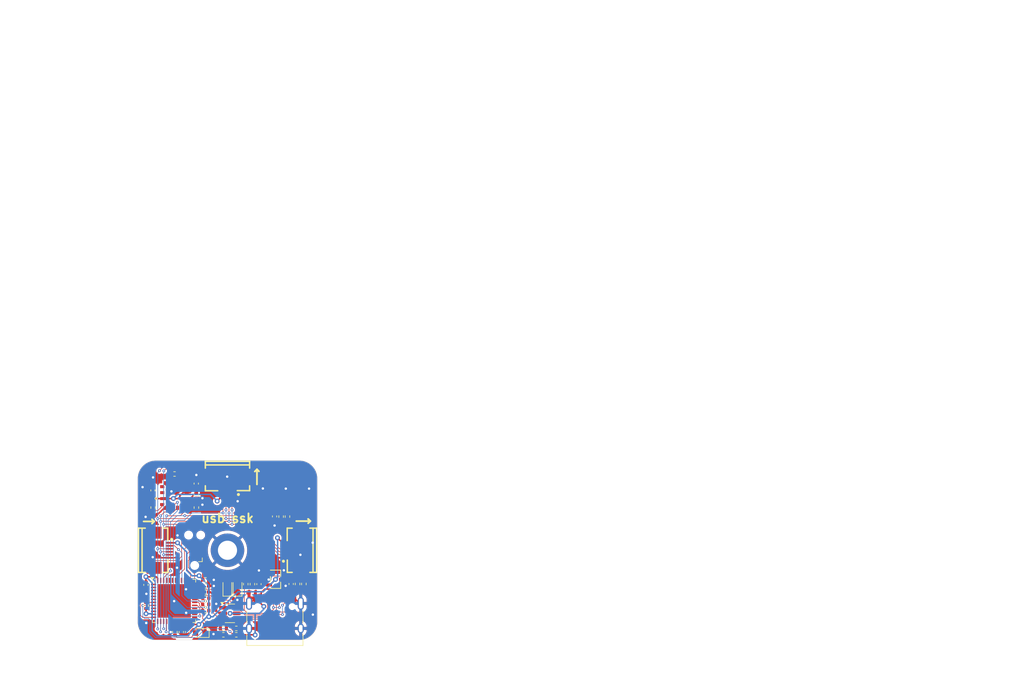
<source format=kicad_pcb>
(kicad_pcb (version 20240108) (generator "pcbnew") (generator_version "8.0")
  (title_block (title "USB SSK") (date "2024-10-30") (rev "1.0") (company "asylum research") (comment 1 "matei jordache"))
  (layers (0 "F.Cu" signal) (1 "In1.Cu" signal) (2 "In2.Cu" signal) (31 "B.Cu" signal) (34 "B.Paste" user) (35 "F.Paste" user) (36 "B.SilkS" user "B.Silkscreen") (37 "F.SilkS" user "F.Silkscreen") (38 "B.Mask" user) (39 "F.Mask" user) (44 "Edge.Cuts" user))
  (net 0 "")
  (net 1 "/mcu/USBD_M")
  (net 2 "GND")
  (net 3 "/mcu/USBD_P")
  (net 4 "Net-(D301-A)")
  (net 5 "/mcu/DFU")
  (net 6 "/mcu/RESET")
  (net 7 "+5V")
  (net 8 "+3V3")
  (net 9 "Net-(D401-A)")
  (net 10 "Net-(D402-A)")
  (net 12 "/mcu/UCPD1_CC2")
  (net 13 "/mcu/UCPD1_CC1")
  (net 15 "Net-(U301-PA0)")
  (net 16 "Net-(U501-SCx)")
  (net 17 "/IIS2ICLX/~{CS}")
  (net 18 "Net-(U501-SDx)")
  (net 19 "/mcu/USER_LED")
  (net 20 "/mcu/SDIO")
  (net 23 "/IIS2ICLX/SCK")
  (net 26 "/mcu/SWCLK")
  (net 28 "/IIS2ICLX/INT1")
  (net 31 "/IIS2ICLX/COPI")
  (net 34 "/mcu/XIN")
  (net 40 "/mcu/~{CS1}")
  (net 41 "/mcu/~{CS2}")
  (net 46 "/mcu/XOUT")
  (net 49 "/IIS2ICLX/CIPO")
  (net 51 "/IIS2ICLX/INT2")
  (net 57 "/mcu/SWO")
  (net 58 "Net-(R307-Pad2)")
  (net 59 "/mcu/~{EXT_INT}")
  (net 60 "Net-(R304-Pad1)")
  (footprint "Capacitor_SMD:C_0402_1005Metric" (layer "F.Cu") (at 140.1572 123.4974 -90)
    (property "Reference" "C301" (hide yes))
    (property "Value" "100n")
  )
  (footprint "Resistor_SMD:R_0402_1005Metric" (layer "F.Cu") (at 134.2644 119.0772 90)
    (property "Reference" "R301" (hide yes))
    (property "Value" "10k")
  )
  (footprint "Diode_SMD:D_0603_1608Metric" (layer "F.Cu") (at 147.861 116.0272 90)
    (property "Reference" "D401" (hide yes))
    (property "Value" "5V")
  )
  (footprint "Resistor_SMD:R_0402_1005Metric" (layer "F.Cu") (at 149.354 123.9774)
    (property "Reference" "R303" (hide yes))
    (property "Value" "10k")
  )
  (footprint "Package_DFN_QFN:QFN-48-1EP_7x7mm_P0.5mm_EP5.6x5.6mm" (layer "F.Cu") (at 138.9522 118.302)
    (property "Reference" "U301" (hide yes))
    (property "Value" "STM32G431")
  )
  (footprint "Resistor_SMD:R_0402_1005Metric" (layer "F.Cu") (at 150.9344 115.4918 -90)
    (property "Reference" "R305" (hide yes))
    (property "Value" "5k1")
  )
  (footprint "Connector_USB:USB_C_Receptacle_HRO_TYPE-C-31-M-12" (layer "F.Cu") (at 155.8056 121.8606)
    (property "Reference" "J201" (hide yes))
    (property "Value" "USB_C_Receptacle_USB2.0")
  )
  (footprint "Connector:Tag-Connect_TC2030-IDC-NL_2x03_P1.27mm_Vertical" (layer "F.Cu") (at 142.3924 109.8296 90)
    (property "Reference" "J301" (hide yes))
    (property "Value" "TAGCONNECT")
  )
  (footprint "easyeda2kicad:FPC-SMD_6P-P0.50_XUNPU_FPC-05F-6PH20" (layer "F.Cu") (at 136.8992 109.8296 -90)
    (property "Reference" "J103" (hide yes))
    (property "Value" "IN")
  )
  (footprint "easyeda2kicad:FPC-SMD_6P-P0.50_XUNPU_FPC-05F-6PH20" (layer "F.Cu") (at 158.8838 109.8296 90)
    (property "Reference" "J102" (hide yes))
    (property "Value" "YZ")
  )
  (footprint "easyeda2kicad:SOT-23-3_L3.0-W1.7-P0.95-LS2.9-BR" (layer "F.Cu") (at 155.9128 114.681 180)
    (property "Reference" "U401" (hide yes))
    (property "Value" "XC6206P182MR_C347373")
  )
  (footprint "Resistor_SMD:R_0402_1005Metric" (layer "F.Cu") (at 139.0263 97.0692 180)
    (property "Reference" "R502" (hide yes))
    (property "Value" "0R")
  )
  (footprint "Capacitor_SMD:C_0402_1005Metric" (layer "F.Cu") (at 135.4206 99.8124 90)
    (property "Reference" "C502" (hide yes))
    (property "Value" "100n")
  )
  (footprint "Resistor_SMD:R_0402_1005Metric" (layer "F.Cu") (at 147.193 123.9774 180)
    (property "Reference" "R304" (hide yes))
    (property "Value" "10k")
  )
  (footprint "Resistor_SMD:R_0402_1005Metric" (layer "F.Cu") (at 147.193 122.9106 180)
    (property "Reference" "R306" (hide yes))
    (property "Value" "10k")
  )
  (footprint "Capacitor_SMD:C_0402_1005Metric" (layer "F.Cu") (at 144.2466 116.8146)
    (property "Reference" "C201" (hide yes))
    (property "Value" "47p")
  )
  (footprint "Resistor_SMD:R_0402_1005Metric" (layer "F.Cu") (at 156.845 104.1928 -90)
    (property "Reference" "R309" (hide yes))
    (property "Value" "10k")
  )
  (footprint "matei:TS-1187A-B-A-B" (layer "F.Cu") (at 157.637 99.4382 90)
    (property "Reference" "SW301" (hide yes))
    (property "Value" "DFU" (hide yes))
  )
  (footprint "Capacitor_SMD:C_0402_1005Metric" (layer "F.Cu") (at 142.6596 98.672 90)
    (property "Reference" "C501" (hide yes))
    (property "Value" "100n")
  )
  (footprint "easyeda2kicad:FPC-SMD_6P-P0.50_XUNPU_FPC-05F-6PH20" (layer "F.Cu") (at 147.8788 98.85 180)
    (property "Reference" "J101" (hide yes))
    (property "Value" "XZ")
  )
  (footprint "Package_TO_SOT_SMD:SOT-23-6" (layer "F.Cu") (at 148.2872 120.3858)
    (property "Reference" "U201" (hide yes))
    (property "Value" "SRV05-4")
  )
  (footprint "Capacitor_SMD:C_0402_1005Metric" (layer "F.Cu") (at 134.2383 115.6208 -90)
    (property "Reference" "C303" (hide yes))
    (property "Value" "100n")
  )
  (footprint "Capacitor_SMD:C_0402_1005Metric" (layer "F.Cu") (at 144.244 115.7986)
    (property "Reference" "C202" (hide yes))
    (property "Value" "47p")
  )
  (footprint "Resistor_SMD:R_0402_1005Metric" (layer "F.Cu") (at 149.354 122.9106 180)
    (property "Reference" "R302" (hide yes))
    (property "Value" "5k1")
  )
  (footprint "Resistor_SMD:R_0402_1005Metric" (layer "F.Cu") (at 152.052 115.4958 90)
    (property "Reference" "R402" (hide yes))
    (property "Value" "3k3")
  )
  (footprint "Resistor_SMD:R_0402_1005Metric" (layer "F.Cu") (at 139.0904 123.5202 -90)
    (property "Reference" "R308" (hide yes))
    (property "Value" "5k1")
  )
  (footprint "Diode_SMD:D_0603_1608Metric" (layer "F.Cu") (at 143.3322 123.6726 180)
    (property "Reference" "D301" (hide yes))
    (property "Value" "USER")
  )
  (footprint "Resistor_SMD:R_0402_1005Metric" (layer "F.Cu") (at 144.2459 117.8306 180)
    (property "Reference" "R103" (hide yes))
    (property "Value" "10k")
  )
  (footprint "Capacitor_SMD:C_0402_1005Metric" (layer "F.Cu") (at 155.7528 104.1654 -90)
    (property "Reference" "C305" (hide yes))
    (property "Value" "100n")
  )
  (footprint "Capacitor_SMD:C_0402_1005Metric" (layer "F.Cu") (at 141.1986 123.4974 -90)
    (property "Reference" "C302" (hide yes))
    (property "Value" "100n")
  )
  (footprint "Capacitor_SMD:C_0402_1005Metric" (layer "F.Cu") (at 142.6596 100.648 -90)
    (property "Reference" "C503" (hide yes))
    (property "Value" "100n")
  )
  (footprint "Capacitor_SMD:C_0402_1005Metric" (layer "F.Cu") (at 144.2466 114.7572)
    (property "Reference" "C304" (hide yes))
    (property "Value" "100n")
  )
  (footprint "Diode_SMD:D_0603_1608Metric" (layer "F.Cu") (at 149.5628 116.0271 90)
    (property "Reference" "D402" (hide yes))
    (property "Value" "1V8")
  )
  (footprint "Resistor_SMD:R_0402_1005Metric" (layer "F.Cu") (at 157.9118 104.1928 90)
    (property "Reference" "R307" (hide yes))
    (property "Value" "1k")
  )
  (footprint "Capacitor_SMD:C_0402_1005Metric" (layer "F.Cu") (at 158.5254 115.4684 90)
    (property "Reference" "C402" (hide yes))
    (property "Value" "1u")
  )
  (footprint "Capacitor_SMD:C_0402_1005Metric" (layer "F.Cu") (at 153.1442 115.4938 90)
    (property "Reference" "C401" (hide yes))
    (property "Value" "1u")
  )
  (footprint "MountingHole:MountingHole_3.2mm_M3_DIN965_Pad" (layer "F.Cu") (at 147.8788 109.8296)
    (property "Reference" "H101" (hide yes))
    (property "Value" "M3")
  )
  (footprint "Resistor_SMD:R_0402_1005Metric" (layer "F.Cu") (at 144.2466 119.9134 180)
    (property "Reference" "R102" (hide yes))
    (property "Value" "10k")
  )
  (footprint "Resistor_SMD:R_0402_1005Metric" (layer "F.Cu") (at 159.5922 115.4684 90)
    (property "Reference" "R403" (hide yes))
    (property "Value" "10k")
  )
  (footprint "Resistor_SMD:R_0402_1005Metric" (layer "F.Cu") (at 144.2439 118.872 180)
    (property "Reference" "R101" (hide yes))
    (property "Value" "10k")
  )
  (footprint "Resistor_SMD:R_0402_1005Metric" (layer "F.Cu") (at 135.446 102.6846 -90)
    (property "Reference" "R501" (hide yes))
    (property "Value" "10k")
  )
  (footprint "matei:LGA16-L" (layer "F.Cu") (at 139.047 100.6842)
    (property "Reference" "U501" (hide yes))
    (property "Value" "IIS2ICLXTR")
  )
  (footprint "Resistor_SMD:R_0402_1005Metric" (layer "F.Cu") (at 160.659 115.4684 90)
    (property "Reference" "R401" (hide yes))
    (property "Value" "5k1")
  )
  (footprint "Resistor_SMD:R_0402_1005Metric" (layer "F.Cu") (at 142.685 102.6846 -90)
    (property "Reference" "R503" (hide yes))
    (property "Value" "0R")
  )
  (gr_line (start 152.8064 96.2914) (end 153.1366 96.6216) (stroke (width 0.3)) (layer "F.SilkS"))
  (gr_line (start 161.7218 104.9528) (end 161.3662 105.3084) (stroke (width 0.3)) (layer "F.SilkS"))
  (gr_line (start 152.8064 96.2914) (end 152.4508 96.647) (stroke (width 0.3)) (layer "F.SilkS"))
  (gr_line (start 161.7218 104.9528) (end 161.3662 104.5972) (stroke (width 0.3)) (layer "F.SilkS"))
  (gr_line (start 161.3662 104.5972) (end 161.7218 104.9528) (stroke (width 0.3)) (layer "F.SilkS"))
  (gr_line (start 133.858 105.0036) (end 135.6106 105.0036) (stroke (width 0.3)) (layer "F.SilkS"))
  (gr_line (start 159.385 104.9528) (end 161.7218 104.9528) (stroke (width 0.3)) (layer "F.SilkS"))
  (gr_line (start 152.8064 98.806) (end 152.8064 96.2914) (stroke (width 0.3)) (layer "F.SilkS"))
  (gr_line (start 135.6106 105.0036) (end 135.255 105.3592) (stroke (width 0.3)) (layer "F.SilkS"))
  (gr_line (start 135.6106 105.0036) (end 135.255 104.648) (stroke (width 0.3)) (layer "F.SilkS"))
  (gr_line (start 162.885598 121.8296) (end 162.885598 97.8296) (stroke (width 0.05)) (layer "Edge.Cuts"))
  (gr_arc (start 135.885598 124.8296) (mid 133.764278 123.95092) (end 132.885598 121.8296) (stroke (width 0.05)) (layer "Edge.Cuts"))
  (gr_line (start 135.885598 124.8296) (end 159.885598 124.8296) (stroke (width 0.05)) (layer "Edge.Cuts"))
  (gr_arc (start 132.885598 97.8296) (mid 133.764278 95.70828) (end 135.885598 94.8296) (stroke (width 0.05)) (layer "Edge.Cuts"))
  (gr_arc (start 159.885598 94.8296) (mid 162.006918 95.70828) (end 162.885598 97.8296) (stroke (width 0.05)) (layer "Edge.Cuts"))
  (gr_arc (start 162.885598 121.8296) (mid 162.006918 123.95092) (end 159.885598 124.8296) (stroke (width 0.05)) (layer "Edge.Cuts"))
  (gr_line (start 159.885598 94.8296) (end 135.885598 94.8296) (stroke (width 0.05)) (layer "Edge.Cuts"))
  (gr_line (start 132.885598 97.8296) (end 132.885598 121.8296) (stroke (width 0.05)) (layer "Edge.Cuts"))
  (gr_text "usb ssk" (at 143.3322 105.3592 0) (layer "F.SilkS") (effects (font (size 1.5 1.5) (thickness 0.3) (bold yes)) (justify left bottom)))
  (segment (start 156.0556 116.8635) (end 156.0556 117.8156) (width 0.1) (layer "F.Cu") (net 1))
  (segment (start 149.4247 121.3358) (end 148.29062 121.3358) (width 0.1) (layer "F.Cu") (net 1))
  (segment (start 147.79062 120.8358) (end 146.0326 120.8358) (width 0.1) (layer "F.Cu") (net 1))
  (segment (start 143.7666 116.8146) (end 143.5292 117.052) (width 0.1) (layer "F.Cu") (net 1))
  (segment (start 155.8797 116.6876) (end 156.0556 116.8635) (width 0.1) (layer "F.Cu") (net 1))
  (segment (start 156.0556 117.8156) (end 156.0556 119.7884) (width 0.1) (layer "F.Cu") (net 1))
  (segment (start 155.0556 116.9276) (end 155.2956 116.6876) (width 0.1) (layer "F.Cu") (net 1))
  (segment (start 146.0326 120.8358) (end 145.3388 120.142) (width 0.1) (layer "F.Cu") (net 1))
  (segment (start 144.3126 117.3606) (end 143.7666 116.8146) (width 0.1) (layer "F.Cu") (net 1))
  (segment (start 148.29062 121.3358) (end 147.79062 120.8358) (width 0.1) (layer "F.Cu") (net 1))
  (segment (start 155.0556 117.8156) (end 155.0556 116.9276) (width 0.1) (layer "F.Cu") (net 1))
  (segment (start 156.0556 119.7884) (end 155.0162 120.8278) (width 0.1) (layer "F.Cu") (net 1))
  (segment (start 145.3388 117.686708) (end 145.012692 117.3606) (width 0.1) (layer "F.Cu") (net 1))
  (segment (start 155.2956 116.6876) (end 155.8797 116.6876) (width 0.1) (layer "F.Cu") (net 1))
  (segment (start 150.7998 120.8278) (end 150.2918 121.3358) (width 0.1) (layer "F.Cu") (net 1))
  (segment (start 150.2918 121.3358) (end 149.4247 121.3358) (width 0.1) (layer "F.Cu") (net 1))
  (segment (start 145.012692 117.3606) (end 144.3126 117.3606) (width 0.1) (layer "F.Cu") (net 1))
  (segment (start 143.5292 117.052) (end 142.3897 117.052) (width 0.1) (layer "F.Cu") (net 1))
  (segment (start 145.3388 120.142) (end 145.3388 117.686708) (width 0.1) (layer "F.Cu") (net 1))
  (segment (start 155.0162 120.8278) (end 150.7998 120.8278) (width 0.1) (layer "F.Cu") (net 1))
  (segment (start 141.1986 123.9774) (end 140.1572 123.9774) (width 0.25) (layer "F.Cu") (net 2))
  (segment (start 135.382 110.9814) (end 135.4802 111.0796) (width 0.25) (layer "F.Cu") (net 2))
  (segment (start 154.4802 115.0138) (end 154.7622 114.7318) (width 0.25) (layer "F.Cu") (net 2))
  (segment (start 141.1986 123.9774) (end 141.1986 123.910082) (width 0.25) (layer "F.Cu") (net 2))
  (segment (start 137.2648 102.7842) (end 135.8074 104.2416) (width 0.25) (layer "F.Cu") (net 2))
  (segment (start 142.6596 97.2434) (end 142.6718 97.2312) (width 0.25) (layer "F.Cu") (net 2))
  (segment (start 142.6596 98.192) (end 142.6596 97.2434) (width 0.25) (layer "F.Cu") (net 2))
  (segment (start 148.844 122.9106) (end 148.299 122.3656) (width 0.25) (layer "F.Cu") (net 2))
  (segment (start 142.136082 122.9726) (end 143.4197 122.9726) (width 0.25) (layer "F.Cu") (net 2))
  (segment (start 145.5674 114.7572) (end 145.5928 114.7826) (width 0.25) (layer "F.Cu") (net 2))
  (segment (start 153.6598 113.731) (end 154.8128 113.731) (width 0.25) (layer "F.Cu") (net 2))
  (segment (start 149.1288 100.14) (end 149.1288 101.1736) (width 0.25) (layer "F.Cu") (net 2))
  (segment (start 155.8102 104.7028) (end 155.7528 104.6454) (width 0.25) (layer "F.Cu") (net 2))
  (segment (start 138.408768 123.5352) (end 139.715 123.5352) (width 0.25) (layer "F.Cu") (net 2))
  (segment (start 144.1197 123.6726) (end 145.3642 123.6726) (width 0.25) (layer "F.Cu") (net 2))
  (segment (start 155.8316 104.666) (end 155.8616 104.696) (width 0.1) (layer "F.Cu") (net 2))
  (segment (start 159.9706 118.7306) (end 159.0556 117.8156) (width 0.25) (layer "F.Cu") (net 2))
  (segment (start 141.1986 123.910082) (end 142.136082 122.9726) (width 0.25) (layer "F.Cu") (net 2))
  (segment (start 149.5628 116.3534) (end 149.5628 116.8146) (width 0.25) (layer "F.Cu") (net 2))
  (segment (start 145.542 123.2154) (end 145.542 123.8504) (width 0.25) (layer "F.Cu") (net 2))
  (segment (start 148.299 122.3656) (end 146.3918 122.3656) (width 0.25) (layer "F.Cu") (net 2))
  (segment (start 160.1256 118.7306) (end 159.9706 118.7306) (width 0.25) (layer "F.Cu") (net 2))
  (segment (start 147.1497 120.3858) (end 146.487201 120.3858) (width 0.25) (layer "F.Cu") (net 2))
  (segment (start 152.6772 115.4808) (end 153.1442 115.0138) (width 0.25) (layer "F.Cu") (net 2))
  (segment (start 153.1442 115.0138) (end 154.4802 115.0138) (width 0.25) (layer "F.Cu") (net 2))
  (segment (start 151.4334 115.4808) (end 152.6772 115.4808) (width 0.25) (layer "F.Cu") (net 2))
  (segment (start 144.7266 114.7572) (end 145.5674 114.7572) (width 0.25) (layer "F.Cu") (net 2))
  (segment (start 135.8074 104.2416) (end 134.1882 104.2416) (width 0.25) (layer "F.Cu") (net 2))
  (segment (start 158.397205 114.9884) (end 157.604595 115.78101) (width 0.25) (layer "F.Cu") (net 2))
  (segment (start 145.9992 119.897799) (end 145.9992 118.7958) (width 0.25) (layer "F.Cu") (net 2))
  (segment (start 150.9344 114.9818) (end 151.4334 115.4808) (width 0.25) (layer "F.Cu") (net 2))
  (segment (start 146.3918 122.3656) (end 145.542 123.2154) (width 0.25) (layer "F.Cu") (net 2))
  (segment (start 158.5254 114.9884) (end 158.397205 114.9884) (width 0.25) (layer "F.Cu") (net 2))
  (segment (start 155.7528 104.6721) (end 155.7528 105.6907) (width 0.25) (layer "F.Cu") (net 2))
  (segment (start 145.9992 117.807201) (end 145.9992 118.7958) (width 0.25) (layer "F.Cu") (net 2))
  (segment (start 144.724 115.7986) (end 145.5928 115.7986) (width 0.25) (layer "F.Cu") (net 2))
  (segment (start 149.1288 101.1736) (end 149.5806 101.6254) (width 0.25) (layer "F.Cu") (net 2))
  (segment (start 143.6772 101.128) (end 142.6596 101.128) (width 0.25) (layer "F.Cu") (net 2))
  (segment (start 143.4197 122.9726) (end 144.1197 123.6726) (width 0.25) (layer "F.Cu") (net 2))
  (segment (start 145.669 123.9774) (end 146.683 123.9774) (width 0.25) (layer "F.Cu") (net 2))
  (segment (start 153.1366 113.2078) (end 153.6598 113.731) (width 0.25) (layer "F.Cu") (net 2))
  (segment (start 145.542 123.8504) (end 145.669 123.9774) (width 0.25) (layer "F.Cu") (net 2))
  (segment (start 151.6406 118.7306) (end 152.5556 117.8156) (width 0.25) (layer "F.Cu") (net 2))
  (segment (start 135.4802 111.0796) (end 138.1892 111.0796) (width 0.25) (layer "F.Cu") (net 2))
  (segment (start 142.7028 103.1946) (end 142.685 103.1946) (width 0.25) (layer "F.Cu") (net 2))
  (segment (start 145.3642 123.6726) (end 145.542 123.8504) (width 0.25) (layer "F.Cu") (net 2))
  (segment (start 143.6878 101.1174) (end 143.6772 101.128) (width 0.25) (layer "F.Cu") (net 2))
  (segment (start 137.522 102.7842) (end 137.2648 102.7842) (width 0.25) (layer "F.Cu") (net 2))
  (segment (start 156.845 104.7028) (end 155.8102 104.7028) (width 0.25) (layer "F.Cu") (net 2))
  (segment (start 144.7266 116.8146) (end 145.006599 116.8146) (width 0.25) (layer "F.Cu") (net 2))
  (segment (start 143.6878 102.2096) (end 142.7028 103.1946) (width 0.25) (layer "F.Cu") (net 2))
  (segment (start 138.389213 123.515645) (end 138.408768 123.5352) (width 0.25) (layer "F.Cu") (net 2))
  (segment (start 151.4856 118.7306) (end 151.6406 118.7306) (width 0.25) (layer "F.Cu") (net 2))
  (segment (start 146.487201 120.3858) (end 145.9992 119.897799) (width 0.25) (layer "F.Cu") (net 2))
  (segment (start 145.006599 116.8146) (end 145.9992 117.807201) (width 0.25) (layer "F.Cu") (net 2))
  (segment (start 150.9344 114.9818) (end 149.5628 116.3534) (width 0.25) (layer "F.Cu") (net 2))
  (segment (start 139.715 123.5352) (end 140.1572 123.9774) (width 0.25) (layer "F.Cu") (net 2))
  (via (at 134.1882 104.2416) (size 0.8) (drill 0.4) (layers "F.Cu" "B.Cu") (net 2))
  (via (at 157.3022 113.1824) (size 0.8) (drill 0.4) (layers "F.Cu" "B.Cu") (net 2))
  (via (at 143.6878 101.1174) (size 0.8) (drill 0.4) (layers "F.Cu" "B.Cu") (net 2))
  (via (at 147.828 97.5106) (size 0.8) (drill 0.4) (layers "F.Cu" "B.Cu") (net 2))
  (via (at 162.1536 120.5992) (size 0.8) (drill 0.4) (layers "F.Cu" "B.Cu") (net 2))
  (via (at 135.4328 97.6376) (size 0.8) (drill 0.4) (layers "F.Cu" "B.Cu") (net 2))
  (via (at 161.5186 99.5172) (size 0.8) (drill 0.4) (layers "F.Cu" "B.Cu") (net 2))
  (via (at 138.389213 123.515645) (size 0.8) (drill 0.4) (layers "F.Cu" "B.Cu") (net 2))
  (via (at 145.542 123.8504) (size 0.8) (drill 0.4) (layers "F.Cu" "B.Cu") (net 2))
  (via (at 140.97 120.2944) (size 0.8) (drill 0.4) (layers "F.Cu" "B.Cu") (net 2))
  (via (at 160.0708 110.5916) (size 0.8) (drill 0.4) (layers "F.Cu" "B.Cu") (net 2))
  (via (at 149.5298 118.1354) (size 0.8) (drill 0.4) (layers "F.Cu" "B.Cu") (net 2))
  (via (at 134.3152 117.1194) (size 0.8) (drill 0.4) (layers "F.Cu" "B.Cu") (net 2))
  (via (at 140.9446 116.3574) (size 0.8) (drill 0.4) (layers "F.Cu" "B.Cu") (net 2))
  (via (at 162.1282 108.5596) (size 0.8) (drill 0.4) (layers "F.Cu" "B.Cu") (net 2))
  (via (at 139.5222 107.3404) (size 0.8) (drill 0.4) (layers "F.Cu" "B.Cu") (net 2))
  (via (at 145.5928 114.7826) (size 0.8) (drill 0.4) (layers "F.Cu" "B.Cu") (net 2))
  (via (at 145.5928 115.7986) (size 0.8) (drill 0.4) (layers "F.Cu" "B.Cu") (net 2))
  (via (at 153.797 99.4918) (size 0.8) (drill 0.4) (layers "F.Cu" "B.Cu") (net 2))
  (via (at 133.6802 99.2632) (size 0.8) (drill 0.4) (layers "F.Cu" "B.Cu") (net 2))
  (via (at 138.9634 118.3386) (size 0.8) (drill 0.4) (layers "F.Cu" "B.Cu") (net 2))
  (via (at 143.6878 102.2096) (size 0.8) (drill 0.4) (layers "F.Cu" "B.Cu") (net 2))
  (via (at 139.446 112.7506) (size 0.8) (drill 0.4) (layers "F.Cu" "B.Cu") (net 2))
  (via (at 142.6718 97.2312) (size 0.8) (drill 0.4) (layers "F.Cu" "B.Cu") (net 2))
  (via (at 154.7622 114.7318) (size 0.8) (drill 0.4) (layers "F.Cu" "B.Cu") (net 2))
  (via (at 138.5062 99.9744) (size 0.8) (drill 0.4) (layers "F.Cu" "B.Cu") (net 2))
  (via (at 149.5806 101.6254) (size 0.8) (drill 0.4) (layers "F.Cu" "B.Cu") (net 2))
  (via (at 134.2898 121.9962) (size 0.8) (drill 0.4) (layers "F.Cu" "B.Cu") (net 2))
  (via (at 157.604595 115.78101) (size 0.8) (drill 0.4) (layers "F.Cu" "B.Cu") (net 2))
  (via (at 135.382 110.9814) (size 0.8) (drill 0.4) (layers "F.Cu" "B.Cu") (net 2))
  (via (at 145.9992 118.7958) (size 0.8) (drill 0.4) (layers "F.Cu" "B.Cu") (net 2))
  (via (at 157.6324 99.5172) (size 0.8) (drill 0.4) (layers "F.Cu" "B.Cu") (net 2))
  (via (at 153.1366 113.2078) (size 0.8) (drill 0.4) (layers "F.Cu" "B.Cu") (net 2))
  (via (at 155.7528 105.6907) (size 0.8) (drill 0.4) (layers "F.Cu" "B.Cu") (net 2))
  (segment (start 145.1328 116.3546) (end 144.32 116.3546) (width 0.1) (layer "F.Cu") (net 3))
  (segment (start 150.72902 120.5992) (end 149.56562 119.4358) (width 0.1) (layer "F.Cu") (net 3))
  (segment (start 155.5556 117.8156) (end 155.5556 119.4054) (width 0.1) (layer "F.Cu") (net 3))
  (segment (start 149.4247 119.4358) (end 148.1751 118.1862) (width 0.1) (layer "F.Cu") (net 3))
  (segment (start 156.5556 119.3954) (end 156.5656 119.4054) (width 0.1) (layer "F.Cu") (net 3))
  (segment (start 154.686 120.5992) (end 150.72902 120.5992) (width 0.1) (layer "F.Cu") (net 3))
  (segment (start 149.56562 119.4358) (end 149.4247 119.4358) (width 0.1) (layer "F.Cu") (net 3))
  (segment (start 155.5556 119.4054) (end 155.5556 119.7296) (width 0.1) (layer "F.Cu") (net 3))
  (segment (start 156.5556 117.8156) (end 156.5556 119.3954) (width 0.1) (layer "F.Cu") (net 3))
  (segment (start 143.764 115.7986) (end 143.0106 116.552) (width 0.1) (layer "F.Cu") (net 3))
  (segment (start 146.9644 118.1862) (end 145.1328 116.3546) (width 0.1) (layer "F.Cu") (net 3))
  (segment (start 155.5556 119.7296) (end 154.686 120.5992) (width 0.1) (layer "F.Cu") (net 3))
  (segment (start 144.32 116.3546) (end 143.764 115.7986) (width 0.1) (layer "F.Cu") (net 3))
  (segment (start 143.0106 116.552) (end 142.3897 116.552) (width 0.1) (layer "F.Cu") (net 3))
  (segment (start 148.1751 118.1862) (end 146.9644 118.1862) (width 0.1) (layer "F.Cu") (net 3))
  (via (at 155.5556 119.4054) (size 0.45) (drill 0.2) (layers "F.Cu" "B.Cu") (net 3))
  (via (at 156.5656 119.4054) (size 0.45) (drill 0.2) (layers "F.Cu" "B.Cu") (net 3))
  (segment (start 156.5656 119.4054) (end 155.5556 119.4054) (width 0.1) (layer "B.Cu") (net 3))
  (segment (start 139.4676 124.4074) (end 141.8099 124.4074) (width 0.1) (layer "F.Cu") (net 4))
  (segment (start 141.8099 124.4074) (end 142.5447 123.6726) (width 0.1) (layer "F.Cu") (net 4))
  (segment (start 139.0904 124.0302) (end 139.4676 124.4074) (width 0.1) (layer "F.Cu") (net 4))
  (segment (start 137.2022 114.427001) (end 137.2022 114.8645) (width 0.1) (layer "F.Cu") (net 5))
  (segment (start 155.7528 103.6854) (end 156.8424 103.6854) (width 0.1) (layer "F.Cu") (net 5))
  (segment (start 138.3538 113.284) (end 137.795 113.8428) (width 0.1) (layer "F.Cu") (net 5))
  (segment (start 155.7528 102.4474) (end 155.762 102.4382) (width 0.1) (layer "F.Cu") (net 5))
  (segment (start 155.7528 103.6854) (end 155.7528 102.4474) (width 0.1) (layer "F.Cu") (net 5))
  (segment (start 137.786401 113.8428) (end 137.2022 114.427001) (width 0.1) (layer "F.Cu") (net 5))
  (segment (start 137.795 113.8428) (end 137.786401 113.8428) (width 0.1) (layer "F.Cu") (net 5))
  (segment (start 155.762 102.4382) (end 155.762 96.4382) (width 0.1) (layer "F.Cu") (net 5))
  (segment (start 155.4292 96.471) (end 155.4018 96.4436) (width 0.1) (layer "F.Cu") (net 5))
  (segment (start 156.8424 103.6854) (end 156.845 103.6828) (width 0.1) (layer "F.Cu") (net 5))
  (segment (start 140.7414 104.0384) (end 150.7998 104.0384) (width 0.1) (layer "F.Cu") (net 5))
  (segment (start 150.7998 104.0384) (end 151.1528 103.6854) (width 0.1) (layer "F.Cu") (net 5))
  (segment (start 151.1528 103.6854) (end 156.3624 103.6854) (width 0.1) (layer "F.Cu") (net 5))
  (via (at 140.7414 104.0384) (size 0.45) (drill 0.2) (layers "F.Cu" "B.Cu") (net 5))
  (via (at 138.3538 113.284) (size 0.45) (drill 0.2) (layers "F.Cu" "B.Cu") (net 5))
  (segment (start 138.3538 113.284) (end 138.3538 105.1306) (width 0.1) (layer "B.Cu") (net 5))
  (segment (start 139.446 104.0384) (end 140.7414 104.0384) (width 0.1) (layer "B.Cu") (net 5))
  (segment (start 138.3538 105.1306) (end 139.446 104.0384) (width 0.1) (layer "B.Cu") (net 5))
  (segment (start 140.208 106.7816) (end 140.208 110.871) (width 0.1) (layer "F.Cu") (net 6))
  (segment (start 140.208 110.871) (end 139.5476 111.5314) (width 0.1) (layer "F.Cu") (net 6))
  (segment (start 140.7668 106.2228) (end 140.208 106.7816) (width 0.1) (layer "F.Cu") (net 6))
  (segment (start 139.5476 111.5314) (end 134.2974 111.5314) (width 0.1) (layer "F.Cu") (net 6))
  (segment (start 133.5278 112.301) (end 133.5278 117.8306) (width 0.1) (layer "F.Cu") (net 6))
  (segment (start 141.859 106.2228) (end 140.7668 106.2228) (width 0.1) (layer "F.Cu") (net 6))
  (segment (start 135.5147 118.552) (end 134.2796 118.552) (width 0.1) (layer "F.Cu") (net 6))
  (segment (start 142.3924 109.1946) (end 142.3924 106.7562) (width 0.1) (layer "F.Cu") (net 6))
  (segment (start 143.0274 109.8296) (end 142.3924 109.1946) (width 0.1) (layer "F.Cu") (net 6))
  (segment (start 133.5278 117.8306) (end 134.2644 118.5672) (width 0.1) (layer "F.Cu") (net 6))
  (segment (start 134.2796 118.552) (end 134.2644 118.5672) (width 0.1) (layer "F.Cu") (net 6))
  (segment (start 142.3924 106.7562) (end 141.859 106.2228) (width 0.1) (layer "F.Cu") (net 6))
  (segment (start 134.2974 111.5314) (end 133.5278 112.301) (width 0.1) (layer "F.Cu") (net 6))
  (segment (start 156.6444 115.9484) (end 156.2608 116.332) (width 0.25) (layer "F.Cu") (net 7))
  (segment (start 158.2556 116.7638) (end 157.4598 116.7638) (width 0.25) (layer "F.Cu") (net 7))
  (segment (start 149.4247 120.3858) (end 148.316621 120.3858) (width 0.25) (layer "F.Cu") (net 7))
  (segment (start 158.5254 115.9484) (end 159.5622 115.9484) (width 0.25) (layer "F.Cu") (net 7))
  (segment (start 152.4762 123.9774) (end 152.5016 124.0028) (width 0.25) (layer "F.Cu") (net 7))
  (segment (start 159.5622 115.9484) (end 159.5922 115.9784) (width 0.25) (layer "F.Cu") (net 7))
  (segment (start 153.3556 118.6338) (end 153.9494 119.2276) (width 0.25) (layer "F.Cu") (net 7))
  (segment (start 153.3556 117.8156) (end 153.5176 117.6536) (width 0.25) (layer "F.Cu") (net 7))
  (segment (start 159.5922 115.9784) (end 160.659 115.9784) (width 0.25) (layer "F.Cu") (net 7))
  (segment (start 158.2556 116.2182) (end 158.5254 115.9484) (width 0.25) (layer "F.Cu") (net 7))
  (segment (start 153.5176 117.6536) (end 153.5176 116.9162) (width 0.25) (layer "F.Cu") (net 7))
  (segment (start 157.0128 115.5092) (end 157.0128 114.681) (width 0.25) (layer "F.Cu") (net 7))
  (segment (start 158.2556 117.8156) (end 158.2556 116.7638) (width 0.25) (layer "F.Cu") (net 7))
  (segment (start 156.2608 116.332) (end 157.0128 115.58) (width 0.25) (layer "F.Cu") (net 7))
  (segment (start 158.2556 116.7638) (end 158.2556 116.2182) (width 0.25) (layer "F.Cu") (net 7))
  (segment (start 149.864 123.9774) (end 152.4762 123.9774) (width 0.25) (layer "F.Cu") (net 7))
  (segment (start 148.316621 120.3858) (end 148.3122 120.390221) (width 0.25) (layer "F.Cu") (net 7))
  (segment (start 157.0128 115.58) (end 157.0128 114.681) (width 0.25) (layer "F.Cu") (net 7))
  (segment (start 153.5176 116.9162) (end 154.1018 116.332) (width 0.25) (layer "F.Cu") (net 7))
  (segment (start 154.1018 116.332) (end 156.2608 116.332) (width 0.25) (layer "F.Cu") (net 7))
  (segment (start 153.3556 117.8156) (end 153.3556 118.6338) (width 0.25) (layer "F.Cu") (net 7))
  (segment (start 157.4598 116.7638) (end 156.6444 115.9484) (width 0.25) (layer "F.Cu") (net 7))
  (via (at 148.3122 120.390221) (size 0.8) (drill 0.4) (layers "F.Cu" "B.Cu") (net 7))
  (via (at 153.9494 119.2276) (size 0.8) (drill 0.4) (layers "F.Cu" "B.Cu") (net 7))
  (via (at 152.5016 124.0028) (size 0.8) (drill 0.4) (layers "F.Cu" "B.Cu") (net 7))
  (segment (start 153.9494 119.2276) (end 153.9494 119.6848) (width 0.25) (layer "B.Cu") (net 7))
  (segment (start 152.5524 120.390221) (end 148.3122 120.390221) (width 0.25) (layer "B.Cu") (net 7))
  (segment (start 153.243979 120.390221) (end 152.5524 120.390221) (width 0.25) (layer "B.Cu") (net 7))
  (segment (start 153.9494 119.6848) (end 153.243979 120.390221) (width 0.25) (layer "B.Cu") (net 7))
  (segment (start 152.5016 124.0028) (end 152.5016 120.441021) (width 0.25) (layer "B.Cu") (net 7))
  (segment (start 152.5016 120.441021) (end 152.5524 120.390221) (width 0.25) (layer "B.Cu") (net 7))
  (segment (start 142.901 116.052) (end 143.259 115.694) (width 0.25) (layer "F.Cu") (net 8))
  (segment (start 143.259 115.2648) (end 143.7666 114.7572) (width 0.25) (layer "F.Cu") (net 8))
  (segment (start 138.1892 108.5796) (end 139.5168 108.5796) (width 0.25) (layer "F.Cu") (net 8))
  (segment (start 140.4554 100.1842) (end 139.9032 100.7364) (width 0.25) (layer "F.Cu") (net 8))
  (segment (start 157.9118 104.7028) (end 158.5214 105.3124) (width 0.25) (layer "F.Cu") (net 8))
  (segment (start 144.7559 117.8306) (end 144.7559 118.87) (width 0.25) (layer "F.Cu") (net 8))
  (segment (start 139.8778 100.9142) (end 139.8778 101.1842) (width 0.25) (layer "F.Cu") (net 8))
  (segment (start 157.5938 108.5796) (end 157.0682 108.5796) (width 0.25) (layer "F.Cu") (net 8))
  (segment (start 154.8128 115.631) (end 154.9806 115.631) (width 0.25) (layer "F.Cu") (net 8))
  (segment (start 134.257645 114.2746) (end 134.237646 114.254601) (width 0.25) (layer "F.Cu") (net 8))
  (segment (start 142.3897 116.052) (end 142.901 116.052) (width 0.25) (layer "F.Cu") (net 8))
  (segment (start 139.9032 100.7364) (end 139.9032 100.8888) (width 0.25) (layer "F.Cu") (net 8))
  (segment (start 144.7539 118.872) (end 144.7539 119.9134) (width 0.25) (layer "F.Cu") (net 8))
  (segment (start 139.9032 100.8888) (end 139.8778 100.9142) (width 0.25) (layer "F.Cu") (net 8))
  (segment (start 135.906 101.1842) (end 137.322 101.1842) (width 0.25) (layer "F.Cu") (net 8))
  (segment (start 135.446 101.6442) (end 135.906 101.1842) (width 0.25) (layer "F.Cu") (net 8))
  (segment (start 154.8128 115.631) (end 154.7976 115.6462) (width 0.25) (layer "F.Cu") (net 8))
  (segment (start 134.2383 115.1408) (end 134.2383 114.255255) (width 0.25) (layer "F.Cu") (net 8))
  (segment (start 141.6434 101.1842) (end 142.6596 100.168) (width 0.25) (layer "F.Cu") (net 8))
  (segment (start 154.7976 115.6462) (end 153.4718 115.6462) (width 0.25) (layer "F.Cu") (net 8))
  (segment (start 141.072 100.1842) (end 140.4554 100.1842) (width 0.25) (layer "F.Cu") (net 8))
  (segment (start 143.0274 111.0996) (end 143.7666 111.8388) (width 0.25) (layer "F.Cu") (net 8))
  (segment (start 140.2022 122.9724) (end 140.1572 123.0174) (width 0.25) (layer "F.Cu") (net 8))
  (segment (start 154.9806 115.631) (end 155.9052 114.7064) (width 0.25) (layer "F.Cu") (net 8))
  (segment (start 141.2022 123.0138) (end 141.1986 123.0174) (width 0.25) (layer "F.Cu") (net 8))
  (segment (start 141.6274 100.1842) (end 142.6596 99.152) (width 0.25) (layer "F.Cu") (net 8))
  (segment (start 146.6288 101.1228) (end 146.1516 101.6) (width 0.25) (layer "F.Cu") (net 8))
  (segment (start 136.2022 114.5106) (end 135.9662 114.2746) (width 0.25) (layer "F.Cu") (net 8))
  (segment (start 142.275799 122.2502) (end 143.0782 122.2502) (width 0.25) (layer "F.Cu") (net 8))
  (segment (start 143.259 115.694) (end 143.259 115.2648) (width 0.25) (layer "F.Cu") (net 8))
  (segment (start 153.1442 115.9738) (end 152.084 115.9738) (width 0.25) (layer "F.Cu") (net 8))
  (segment (start 141.072 101.1842) (end 139.8778 101.1842) (width 0.25) (layer "F.Cu") (net 8))
  (segment (start 139.7022 122.5624) (end 140.1572 123.0174) (width 0.25) (layer "F.Cu") (net 8))
  (segment (start 143.7666 114.7572) (end 143.7666 114.7344) (width 0.25) (layer "F.Cu") (net 8))
  (segment (start 146.6288 100.14) (end 146.6288 101.1228) (width 0.25) (layer "F.Cu") (net 8))
  (segment (start 135.4206 100.6988) (end 135.906 101.1842) (width 0.25) (layer "F.Cu") (net 8))
  (segment (start 139.5168 108.5796) (end 139.5222 108.585) (width 0.25) (layer "F.Cu") (net 8))
  (segment (start 152.084 115.9738) (end 152.052 116.0058) (width 0.25) (layer "F.Cu") (net 8))
  (segment (start 139.7022 121.7395) (end 139.7022 122.5624) (width 0.25) (layer "F.Cu") (net 8))
  (segment (start 135.4206 100.2924) (end 135.4206 100.6988) (width 0.25) (layer "F.Cu") (net 8))
  (segment (start 143.7666 114.7344) (end 143.129 114.0968) (width 0.25) (layer "F.Cu") (net 8))
  (segment (start 141.072 101.1842) (end 141.6434 101.1842) (width 0.25) (layer "F.Cu") (net 8))
  (segment (start 141.508599 123.0174) (end 142.275799 122.2502) (width 0.25) (layer "F.Cu") (net 8))
  (segment (start 144.7559 118.87) (end 144.7539 118.872) (width 0.25) (layer "F.Cu") (net 8))
  (segment (start 144.7566 120.9528) (end 144.7546 120.9548) (width 0.25) (layer "F.Cu") (net 8))
  (segment (start 141.1986 123.0174) (end 141.508599 123.0174) (width 0.25) (layer "F.Cu") (net 8))
  (segment (start 144.7566 119.9134) (end 144.7566 120.9528) (width 0.25) (layer "F.Cu") (net 8))
  (segment (start 138.8524 101.1842) (end 138.8364 101.1682) (width 0.25) (layer "F.Cu") (net 8))
  (segment (start 139.8778 101.1842) (end 138.8524 101.1842) (width 0.25) (layer "F.Cu") (net 8))
  (segment (start 135.446 102.1746) (end 135.446 101.6442) (width 0.25) (layer "F.Cu") (net 8))
  (segment (start 158.2474 108.5796) (end 157.5938 108.5796) (width 0.25) (layer "F.Cu") (net 8))
  (segment (start 134.2644 119.5872) (end 134.2644 120.4468) (width 0.25) (layer "F.Cu") (net 8))
  (segment (start 141.072 100.1842) (end 141.6274 100.1842) (width 0.25) (layer "F.Cu") (net 8))
  (segment (start 143.7666 111.8388) (end 143.7666 114.7572) (width 0.25) (layer "F.Cu") (net 8))
  (segment (start 140.2022 121.7395) (end 140.2022 122.9724) (width 0.25) (layer "F.Cu") (net 8))
  (segment (start 157.0682 108.5796) (end 156.2354 107.7468) (width 0.25) (layer "F.Cu") (net 8))
  (segment (start 135.9662 114.2746) (end 134.257645 114.2746) (width 0.25) (layer "F.Cu") (net 8))
  (segment (start 140.1572 123.0174) (end 141.1986 123.0174) (width 0.25) (layer "F.Cu") (net 8))
  (segment (start 141.2022 121.7395) (end 141.2022 123.0138) (width 0.25) (layer "F.Cu") (net 8))
  (segment (start 158.5214 108.3056) (end 158.2474 108.5796) (width 0.25) (layer "F.Cu") (net 8))
  (segment (start 136.2022 114.8645) (end 136.2022 114.5106) (width 0.25) (layer "F.Cu") (net 8))
  (segment (start 137.322 101.1842) (end 138.8204 101.1842) (width 0.25) (layer "F.Cu") (net 8))
  (segment (start 138.8204 101.1842) (end 138.8364 101.1682) (width 0.25) (layer "F.Cu") (net 8))
  (segment (start 134.2383 114.255255) (end 134.237646 114.254601) (width 0.25) (layer "F.Cu") (net 8))
  (segment (start 153.4718 115.6462) (end 153.1442 115.9738) (width 0.25) (layer "F.Cu") (net 8))
  (segment (start 158.5214 105.3124) (end 158.5214 108.3056) (width 0.25) (layer "F.Cu") (net 8))
  (via (at 134.2644 120.4468) (size 0.8) (drill 0.4) (layers "F.Cu" "B.Cu") (net 8))
  (via (at 139.5222 108.585) (size 0.8) (drill 0.4) (layers "F.Cu" "B.Cu") (net 8))
  (via (at 143.0782 122.2502) (size 0.8) (drill 0.4) (layers "F.Cu" "B.Cu") (net 8))
  (via (at 138.8364 101.1682) (size 0.8) (drill 0.4) (layers "F.Cu" "B.Cu") (net 8))
  (via (at 144.7546 120.9548) (size 0.8) (drill 0.4) (layers "F.Cu" "B.Cu") (net 8))
  (via (at 146.1516 101.6) (size 0.8) (drill 0.4) (layers "F.Cu" "B.Cu") (net 8))
  (via (at 134.237646 114.254601) (size 0.8) (drill 0.4) (layers "F.Cu" "B.Cu") (net 8))
  (via (at 143.129 114.0968) (size 0.8) (drill 0.4) (layers "F.Cu" "B.Cu") (net 8))
  (via (at 156.2354 107.7468) (size 0.8) (drill 0.4) (layers "F.Cu" "B.Cu") (net 8))
  (via (at 155.9052 114.7064) (size 0.8) (drill 0.4) (layers "F.Cu" "B.Cu") (net 8))
  (segment (start 144.4498 120.9548) (end 144.7546 120.9548) (width 0.25) (layer "B.Cu") (net 8))
  (segment (start 156.2608 114.3508) (end 155.9052 114.7064) (width 0.25) (layer "B.Cu") (net 8))
  (segment (start 144.7546 115.7224) (end 143.129 114.0968) (width 0.25) (layer "B.Cu") (net 8))
  (segment (start 143.129 114.0968) (end 141.9606 114.0968) (width 0.25) (layer "B.Cu") (net 8))
  (segment (start 145.4404 120.9548) (end 144.7546 120.9548) (width 0.25) (layer "B.Cu") (net 8))
  (segment (start 141.9606 114.0968) (end 141.0716 113.2078) (width 0.25) (layer "B.Cu") (net 8))
  (segment (start 135.2804 120.4722) (end 135.2804 115.297355) (width 0.25) (layer "B.Cu") (net 8))
  (segment (start 155.9052 114.7064) (end 153.8478 116.7638) (width 0.25) (layer "B.Cu") (net 8))
  (segment (start 141.187755 124.140645) (end 136.104045 124.140645) (width 0.25) (layer "B.Cu") (net 8))
  (segment (start 149.6314 116.7638) (end 145.4404 120.9548) (width 0.25) (layer "B.Cu") (net 8))
  (segment (start 134.2644 120.4468) (end 135.255 120.4468) (width 0.25) (layer "B.Cu") (net 8))
  (segment (start 139.5122 100.4924) (end 145.044 100.4924) (width 0.25) (layer "B.Cu") (net 8))
  (segment (start 156.2608 107.7722) (end 156.2608 114.3508) (width 0.25) (layer "B.Cu") (net 8))
  (segment (start 141.0716 110.1344) (end 139.5222 108.585) (width 0.25) (layer "B.Cu") (net 8))
  (segment (start 138.8364 101.1682) (end 139.5122 100.4924) (width 0.25) (layer "B.Cu") (net 8))
  (segment (start 145.044 100.4924) (end 146.1516 101.6) (width 0.25) (layer "B.Cu") (net 8))
  (segment (start 143.0782 122.2502) (end 141.187755 124.140645) (width 0.25) (layer "B.Cu") (net 8))
  (segment (start 135.255 120.4468) (end 135.2804 120.4722) (width 0.25) (layer "B.Cu") (net 8))
  (segment (start 143.0782 122.2502) (end 143.1544 122.2502) (width 0.25) (layer "B.Cu") (net 8))
  (segment (start 135.2804 123.317) (end 135.2804 120.4722) (width 0.25) (layer "B.Cu") (net 8))
  (segment (start 156.2354 107.7468) (end 156.2608 107.7722) (width 0.25) (layer "B.Cu") (net 8))
  (segment (start 135.2804 115.297355) (end 134.237646 114.254601) (width 0.25) (layer "B.Cu") (net 8))
  (segment (start 141.0716 113.2078) (end 141.0716 110.1344) (width 0.25) (layer "B.Cu") (net 8))
  (segment (start 136.104045 124.140645) (end 135.2804 123.317) (width 0.25) (layer "B.Cu") (net 8))
  (segment (start 143.1544 122.2502) (end 144.4498 120.9548) (width 0.25) (layer "B.Cu") (net 8))
  (segment (start 153.8478 116.7638) (end 149.6314 116.7638) (width 0.25) (layer "B.Cu") (net 8))
  (segment (start 144.7546 120.9548) (end 144.7546 115.7224) (width 0.25) (layer "B.Cu") (net 8))
  (segment (start 148.9547 114.146) (end 147.861 115.2397) (width 0.1) (layer "F.Cu") (net 9))
  (segment (start 160.659 114.9584) (end 159.8466 114.146) (width 0.1) (layer "F.Cu") (net 9))
  (segment (start 159.8466 114.146) (end 148.9547 114.146) (width 0.1) (layer "F.Cu") (net 9))
  (segment (start 150.4262 114.3762) (end 149.5628 115.2396) (width 0.1) (layer "F.Cu") (net 10))
  (segment (start 152.052 114.9858) (end 151.4424 114.3762) (width 0.1) (layer "F.Cu") (net 10))
  (segment (start 151.4424 114.3762) (end 150.4262 114.3762) (width 0.1) (layer "F.Cu") (net 10))
  (segment (start 155.3718 121.3612) (end 151.4134 121.3612) (width 0.1) (layer "F.Cu") (net 12))
  (segment (start 156.1592 120.5738) (end 155.3718 121.3612) (width 0.1) (layer "F.Cu") (net 12))
  (segment (start 151.4134 121.3612) (end 149.864 122.9106) (width 0.1) (layer "F.Cu") (net 12))
  (segment (start 157.5556 117.8156) (end 157.5556 118.5424) (width 0.1) (layer "F.Cu") (net 12))
  (segment (start 157.0736 120.5738) (end 156.1592 120.5738) (width 0.1) (layer "F.Cu") (net 12))
  (segment (start 157.5556 118.5424) (end 157.0736 119.0244) (width 0.1) (layer "F.Cu") (net 12))
  (via (at 157.0736 119.0244) (size 0.45) (drill 0.2) (layers "F.Cu" "B.Cu") (net 12))
  (via (at 157.0736 120.5738) (size 0.45) (drill 0.2) (layers "F.Cu" "B.Cu") (net 12))
  (segment (start 157.0736 120.5738) (end 157.0736 119.0244) (width 0.1) (layer "B.Cu") (net 12))
  (segment (start 151.2062 120.3706) (end 150.6982 119.8626) (width 0.1) (layer "F.Cu") (net 13))
  (segment (start 150.6982 119.8626) (end 150.6982 116.238) (width 0.1) (layer "F.Cu") (net 13))
  (segment (start 154.0256 120.3706) (end 151.2062 120.3706) (width 0.1) (layer "F.Cu") (net 13))
  (segment (start 150.6982 116.238) (end 150.9344 116.0018) (width 0.1) (layer "F.Cu") (net 13))
  (segment (start 154.5556 117.8156) (end 154.5556 119.8406) (width 0.1) (layer "F.Cu") (net 13))
  (segment (start 154.5556 119.8406) (end 154.0256 120.3706) (width 0.1) (layer "F.Cu") (net 13))
  (segment (start 135.5147 119.052) (end 133.7542 119.052) (width 0.1) (layer "F.Cu") (net 15))
  (segment (start 147.703 122.9106) (end 147.7772 122.9106) (width 0.1) (layer "F.Cu") (net 15))
  (segment (start 133.7542 119.052) (end 133.731 119.0752) (width 0.1) (layer "F.Cu") (net 15))
  (segment (start 147.7772 122.9106) (end 148.2979 123.4313) (width 0.1) (layer "F.Cu") (net 15))
  (segment (start 148.2979 123.4313) (end 148.844 123.9774) (width 0.1) (layer "F.Cu") (net 15))
  (via (at 133.731 119.0752) (size 0.45) (drill 0.2) (layers "F.Cu" "B.Cu") (net 15))
  (via (at 148.2979 123.4313) (size 0.45) (drill 0.2) (layers "F.Cu" "B.Cu") (net 15))
  (segment (start 144.145 122.9614) (end 147.828 122.9614) (width 0.1) (layer "B.Cu") (net 15))
  (segment (start 147.828 122.9614) (end 148.2979 123.4313) (width 0.1) (layer "B.Cu") (net 15))
  (segment (start 133.7144 119.0918) (end 133.7144 120.9382) (width 0.1) (layer "B.Cu") (net 15))
  (segment (start 135.8392 124.4346) (end 142.6718 124.4346) (width 0.1) (layer "B.Cu") (net 15))
  (segment (start 142.6718 124.4346) (end 144.145 122.9614) (width 0.1) (layer "B.Cu") (net 15))
  (segment (start 134.6708 121.2342) (end 134.8994 121.4628) (width 0.1) (layer "B.Cu") (net 15))
  (segment (start 134.8994 123.4948) (end 135.8392 124.4346) (width 0.1) (layer "B.Cu") (net 15))
  (segment (start 133.731 119.0752) (end 133.7144 119.0918) (width 0.1) (layer "B.Cu") (net 15))
  (segment (start 134.8994 121.4628) (end 134.8994 123.4948) (width 0.1) (layer "B.Cu") (net 15))
  (segment (start 134.0104 121.2342) (end 134.6708 121.2342) (width 0.1) (layer "B.Cu") (net 15))
  (segment (start 133.7144 120.9382) (end 134.0104 121.2342) (width 0.1) (layer "B.Cu") (net 15))
  (segment (start 139.522 97.0835) (end 139.5363 97.0692) (width 0.1) (layer "F.Cu") (net 16))
  (segment (start 139.522 98.6342) (end 139.522 97.0835) (width 0.1) (layer "F.Cu") (net 16))
  (segment (start 136.2258 103.1946) (end 136.922 102.4984) (width 0.1) (layer "F.Cu") (net 17))
  (segment (start 133.3246 103.7082) (end 133.8382 103.1946) (width 0.1) (layer "F.Cu") (net 17))
  (segment (start 133.3246 120.7008) (end 133.3246 103.7082) (width 0.1) (layer "F.Cu") (net 17))
  (segment (start 135.446 103.1946) (end 136.2258 103.1946) (width 0.1) (layer "F.Cu") (net 17))
  (segment (start 135.5147 121.052) (end 133.6758 121.052) (width 0.1) (layer "F.Cu") (net 17))
  (segment (start 133.6758 121.052) (end 133.3246 120.7008) (width 0.1) (layer "F.Cu") (net 17))
  (segment (start 136.922 102.4984) (end 136.922 102.1842) (width 0.1) (layer "F.Cu") (net 17))
  (segment (start 133.8382 103.1946) (end 135.446 103.1946) (width 0.1) (layer "F.Cu") (net 17))
  (segment (start 141.097 102.1842) (end 142.6754 102.1842) (width 0.1) (layer "F.Cu") (net 18))
  (segment (start 142.6754 102.1842) (end 142.685 102.1746) (width 0.1) (layer "F.Cu") (net 18))
  (segment (start 138.2022 122.122) (end 139.0904 123.0102) (width 0.1) (layer "F.Cu") (net 19))
  (segment (start 138.2022 121.7395) (end 138.2022 122.122) (width 0.1) (layer "F.Cu") (net 19))
  (segment (start 141.351 111.506) (end 141.7574 111.0996) (width 0.1) (layer "F.Cu") (net 20))
  (segment (start 142.3897 115.552) (end 142.3897 113.7893) (width 0.1) (layer "F.Cu") (net 20))
  (segment (start 141.351 112.7506) (end 141.351 111.506) (width 0.1) (layer "F.Cu") (net 20))
  (segment (start 142.3897 113.7893) (end 141.351 112.7506) (width 0.1) (layer "F.Cu") (net 20))
  (segment (start 147.6288 103.0692) (end 147.6288 100.14) (width 0.1) (layer "F.Cu") (net 23))
  (segment (start 147.6248 104.521) (end 151.5364 104.521) (width 0.1) (layer "F.Cu") (net 23))
  (segment (start 137.1092 95.9104) (end 140.2334 95.9104) (width 0.1) (layer "F.Cu") (net 23))
  (segment (start 147.6288 104.517) (end 147.6248 104.521) (width 0.1) (layer "F.Cu") (net 23))
  (segment (start 138.1892 109.5796) (end 136.2242 109.5796) (width 0.1) (layer "F.Cu") (net 23))
  (segment (start 136.4996 96.52) (end 137.1092 95.9104) (width 0.1) (layer "F.Cu") (net 23))
  (segment (start 140.2334 95.9104) (end 141.097 96.774) (width 0.1) (layer "F.Cu") (net 23))
  (segment (start 136.2022 121.7395) (end 136.2022 122.9688) (width 0.1) (layer "F.Cu") (net 23))
  (segment (start 136.2202 104.521) (end 147.6248 104.521) (width 0.1) (layer "F.Cu") (net 23))
  (segment (start 156.595 109.5796) (end 157.5938 109.5796) (width 0.1) (layer "F.Cu") (net 23))
  (segment (start 141.097 96.774) (end 141.097 99.1842) (width 0.1) (layer "F.Cu") (net 23))
  (segment (start 151.5364 104.521) (end 156.595 109.5796) (width 0.1) (layer "F.Cu") (net 23))
  (segment (start 136.2242 109.5796) (end 136.2202 109.5756) (width 0.1) (layer "F.Cu") (net 23))
  (segment (start 136.2022 122.9688) (end 136.2202 122.9868) (width 0.1) (layer "F.Cu") (net 23))
  (segment (start 147.6248 103.0732) (end 147.6288 103.0692) (width 0.1) (layer "F.Cu") (net 23))
  (via (at 136.4996 96.52) (size 0.45) (drill 0.2) (layers "F.Cu" "B.Cu") (net 23))
  (via (at 147.6248 103.0732) (size 0.45) (drill 0.2) (layers "F.Cu" "B.Cu") (net 23))
  (via (at 136.2202 109.5756) (size 0.45) (drill 0.2) (layers "F.Cu" "B.Cu") (net 23))
  (via (at 147.6248 104.521) (size 0.45) (drill 0.2) (layers "F.Cu" "B.Cu") (net 23))
  (via (at 136.2202 104.521) (size 0.45) (drill 0.2) (layers "F.Cu" "B.Cu") (net 23))
  (via (at 136.2202 122.9868) (size 0.45) (drill 0.2) (layers "F.Cu" "B.Cu") (net 23))
  (segment (start 136.2202 104.521) (end 136.2202 96.7994) (width 0.1) (layer "B.Cu") (net 23))
  (segment (start 136.2202 96.7994) (end 136.4996 96.52) (width 0.1) (layer "B.Cu") (net 23))
  (segment (start 136.2202 109.5756) (end 136.2202 122.9868) (width 0.1) (layer "B.Cu") (net 23))
  (segment (start 136.2202 104.521) (end 136.2202 109.5756) (width 0.1) (layer "B.Cu") (net 23))
  (segment (start 147.6248 103.0732) (end 147.6248 104.521) (width 0.1) (layer "B.Cu") (net 23))
  (segment (start 141.7022 114.8645) (end 141.7022 113.6606) (width 0.1) (layer "F.Cu") (net 26))
  (segment (start 141.7022 113.6606) (end 141.0208 112.9792) (width 0.1) (layer "F.Cu") (net 26))
  (segment (start 141.0208 110.5662) (end 141.7574 109.8296) (width 0.1) (layer "F.Cu") (net 26))
  (segment (start 141.0208 112.9792) (end 141.0208 110.5662) (width 0.1) (layer "F.Cu") (net 26))
  (segment (start 140.522 103.5212) (end 140.522 102.7842) (width 0.1) (layer "F.Cu") (net 28))
  (segment (start 137.7188 104.0638) (end 139.9794 104.0638) (width 0.1) (layer "F.Cu") (net 28))
  (segment (start 139.9794 104.0638) (end 140.522 103.5212) (width 0.1) (layer "F.Cu") (net 28))
  (segment (start 137.7022 123.3844) (end 137.7022 121.7395) (width 0.1) (layer "F.Cu") (net 28))
  (segment (start 137.6172 123.4694) (end 137.7022 123.3844) (width 0.1) (layer "F.Cu") (net 28))
  (via (at 137.7188 104.0638) (size 0.45) (drill 0.2) (layers "F.Cu" "B.Cu") (net 28))
  (via (at 137.6172 123.4694) (size 0.45) (drill 0.2) (layers "F.Cu" "B.Cu") (net 28))
  (segment (start 137.6172 104.1654) (end 137.6172 123.4694) (width 0.1) (layer "B.Cu") (net 28))
  (segment (start 137.7188 104.0638) (end 137.6172 104.1654) (width 0.1) (layer "B.Cu") (net 28))
  (segment (start 148.6408 103.0732) (end 148.6288 103.0612) (width 0.1) (layer "F.Cu") (net 31))
  (segment (start 138.1892 110.5796) (end 137.2242 110.5796) (width 0.1) (layer "F.Cu") (net 31))
  (segment (start 137.2022 121.7395) (end 137.2022 122.9528) (width 0.1) (layer "F.Cu") (net 31))
  (segment (start 137.2242 110.5796) (end 137.2108 110.5662) (width 0.1) (layer "F.Cu") (net 31))
  (segment (start 137.5156 96.266) (end 139.9794 96.266) (width 0.1) (layer "F.Cu") (net 31))
  (segment (start 148.6288 103.0612) (end 148.6288 100.14) (width 0.1) (layer "F.Cu") (net 31))
  (segment (start 137.2022 122.9528) (end 137.2108 122.9614) (width 0.1) (layer "F.Cu") (net 31))
  (segment (start 148.6408 105.4862) (end 137.2108 105.4862) (width 0.1) (layer "F.Cu") (net 31))
  (segment (start 156.5282 110.5796) (end 151.4348 105.4862) (width 0.1) (layer "F.Cu") (net 31))
  (segment (start 140.522 96.8086) (end 140.522 98.6092) (width 0.1) (layer "F.Cu") (net 31))
  (segment (start 151.4348 105.4862) (end 148.6408 105.4862) (width 0.1) (layer "F.Cu") (net 31))
  (segment (start 139.9794 96.266) (end 140.522 96.8086) (width 0.1) (layer "F.Cu") (net 31))
  (segment (start 137.2362 96.5454) (end 137.5156 96.266) (width 0.1) (layer "F.Cu") (net 31))
  (segment (start 157.5938 110.5796) (end 156.5282 110.5796) (width 0.1) (layer "F.Cu") (net 31))
  (via (at 137.2108 122.9614) (size 0.45) (drill 0.2) (layers "F.Cu" "B.Cu") (net 31))
  (via (at 148.6408 105.4862) (size 0.45) (drill 0.2) (layers "F.Cu" "B.Cu") (net 31))
  (via (at 137.2108 110.5662) (size 0.45) (drill 0.2) (layers "F.Cu" "B.Cu") (net 31))
  (via (at 148.6408 103.0732) (size 0.45) (drill 0.2) (layers "F.Cu" "B.Cu") (net 31))
  (via (at 137.2362 96.5454) (size 0.45) (drill 0.2) (layers "F.Cu" "B.Cu") (net 31))
  (via (at 137.2108 105.4862) (size 0.45) (drill 0.2) (layers "F.Cu" "B.Cu") (net 31))
  (segment (start 137.2108 96.5708) (end 137.2108 105.4862) (width 0.1) (layer "B.Cu") (net 31))
  (segment (start 137.2362 96.5454) (end 137.2108 96.5708) (width 0.1) (layer "B.Cu") (net 31))
  (segment (start 137.2108 110.5662) (end 137.2108 122.9614) (width 0.1) (layer "B.Cu") (net 31))
  (segment (start 137.2108 105.4862) (end 137.2108 110.5662) (width 0.1) (layer "B.Cu") (net 31))
  (segment (start 148.6408 103.0732) (end 148.6408 105.4862) (width 0.1) (layer "B.Cu") (net 31))
  (segment (start 143.7339 118.8673) (end 143.7339 118.872) (width 0.1) (layer "F.Cu") (net 40))
  (segment (start 143.7339 118.8927) (end 144.2466 119.4054) (width 0.1) (layer "F.Cu") (net 40))
  (segment (start 147.1288 103.5678) (end 147.1288 100.14) (width 0.1) (layer "F.Cu") (net 40))
  (segment (start 143.7339 118.872) (end 143.7339 118.8927) (width 0.1) (layer "F.Cu") (net 40))
  (segment (start 147.1422 103.5812) (end 147.1288 103.5678) (width 0.1) (layer "F.Cu") (net 40))
  (segment (start 142.9186 118.052) (end 143.7339 118.8673) (width 0.1) (layer "F.Cu") (net 40))
  (segment (start 142.3897 118.052) (end 142.9186 118.052) (width 0.1) (layer "F.Cu") (net 40))
  (via (at 147.1422 103.5812) (size 0.45) (drill 0.2) (layers "F.Cu" "B.Cu") (net 40))
  (via (at 144.2466 119.4054) (size 0.45) (drill 0.2) (layers "F.Cu" "B.Cu") (net 40))
  (segment (start 141.9098 103.5812) (end 147.1422 103.5812) (width 0.1) (layer "B.Cu") (net 40))
  (segment (start 138.8364 105.5878) (end 139.6238 104.8004) (width 0.1) (layer "B.Cu") (net 40))
  (segment (start 139.6238 104.8004) (end 140.6906 104.8004) (width 0.1) (layer "B.Cu") (net 40))
  (segment (start 138.8364 117.0686) (end 138.8364 105.5878) (width 0.1) (layer "B.Cu") (net 40))
  (segment (start 141.1732 119.4054) (end 138.8364 117.0686) (width 0.1) (layer "B.Cu") (net 40))
  (segment (start 144.2466 119.4054) (end 141.1732 119.4054) (width 0.1) (layer "B.Cu") (net 40))
  (segment (start 140.6906 104.8004) (end 141.9098 103.5812) (width 0.1) (layer "B.Cu") (net 40))
  (segment (start 142.3897 118.552) (end 143.0122 118.552) (width 0.1) (layer "F.Cu") (net 41))
  (segment (start 156.1338 120.1674) (end 160.8836 120.1674) (width 0.1) (layer "F.Cu") (net 41))
  (segment (start 150.1648 121.9962) (end 151.0824 121.0786) (width 0.1) (layer "F.Cu") (net 41))
  (segment (start 143.7366 121.283) (end 144.4498 121.9962) (width 0.1) (layer "F.Cu") (net 41))
  (segment (start 143.4974 119.342) (end 143.7366 119.5812) (width 0.1) (layer "F.Cu") (net 41))
  (segment (start 143.2052 118.745) (end 143.2052 119.070092) (width 0.1) (layer "F.Cu") (net 41))
  (segment (start 144.4498 121.9962) (end 150.1648 121.9962) (width 0.1) (layer "F.Cu") (net 41))
  (segment (start 143.477108 119.342) (end 143.4974 119.342) (width 0.1) (layer "F.Cu") (net 41))
  (segment (start 151.0824 121.0786) (end 155.2226 121.0786) (width 0.1) (layer "F.Cu") (net 41))
  (segment (start 161.048 109.0796) (end 157.5938 109.0796) (width 0.1) (layer "F.Cu") (net 41))
  (segment (start 143.2052 119.070092) (end 143.477108 119.342) (width 0.1) (layer "F.Cu") (net 41))
  (segment (start 161.8996 119.1514) (end 161.8996 109.9312) (width 0.1) (layer "F.Cu") (net 41))
  (segment (start 143.7366 119.5812) (end 143.7366 119.9134) (width 0.1) (layer "F.Cu") (net 41))
  (segment (start 143.0122 118.552) (end 143.2052 118.745) (width 0.1) (layer "F.Cu") (net 41))
  (segment (start 143.7366 119.9134) (end 143.7366 121.283) (width 0.1) (layer "F.Cu") (net 41))
  (segment (start 155.2226 121.0786) (end 156.1338 120.1674) (width 0.1) (layer "F.Cu") (net 41))
  (segment (start 161.8996 109.9312) (end 161.048 109.0796) (width 0.1) (layer "F.Cu") (net 41))
  (segment (start 160.8836 120.1674) (end 161.8996 119.1514) (width 0.1) (layer "F.Cu") (net 41))
  (segment (start 136.7068 110.0796) (end 136.7028 110.0836) (width 0.1) (layer "F.Cu") (net 49))
  (segment (start 136.7022 123.4688) (end 136.7028 123.4694) (width 0.1) (layer "F.Cu") (net 49))
  (segment (start 136.7028 104.0638) (end 137.3378 103.4288) (width 0.1) (layer "F.Cu") (net 49))
  (segment (start 156.5489 110.0796) (end 157.5938 110.0796) (width 0.1) (layer "F.Cu") (net 49))
  (segment (start 148.1288 103.5772) (end 148.1288 100.14) (width 0.1) (layer "F.Cu") (net 49))
  (segment (start 136.7028 105.0036) (end 136.7282 104.9782) (width 0.1) (layer "F.Cu") (net 49))
  (segment (start 137.3378 103.4288) (end 138.8274 103.4288) (width 0.1) (layer "F.Cu") (net 49))
  (segment (start 148.1328 103.5812) (end 148.1288 103.5772) (width 0.1) (layer "F.Cu") (net 49))
  (segment (start 136.7282 104.9782) (end 148.1328 104.9782) (width 0.1) (layer "F.Cu") (net 49))
  (segment (start 136.7022 121.7395) (end 136.7022 123.4688) (width 0.1) (layer "F.Cu") (net 49))
  (segment (start 148.1328 104.9782) (end 151.4475 104.9782) (width 0.1) (layer "F.Cu") (net 49))
  (segment (start 138.1892 110.0796) (end 136.7068 110.0796) (width 0.1) (layer "F.Cu") (net 49))
  (segment (start 151.4475 104.9782) (end 156.5489 110.0796) (width 0.1) (layer "F.Cu") (net 49))
  (segment (start 138.8274 103.4288) (end 139.522 102.7342) (width 0.1) (layer "F.Cu") (net 49))
  (via (at 136.7028 123.4694) (size 0.45) (drill 0.2) (layers "F.Cu" "B.Cu") (net 49))
  (via (at 136.7028 105.0036) (size 0.45) (drill 0.2) (layers "F.Cu" "B.Cu") (net 49))
  (via (at 136.7028 110.0836) (size 0.45) (drill 0.2) (layers "F.Cu" "B.Cu") (net 49))
  (via (at 148.1328 104.9782) (size 0.45) (drill 0.2) (layers "F.Cu" "B.Cu") (net 49))
  (via (at 136.7028 104.0638) (size 0.45) (drill 0.2) (layers "F.Cu" "B.Cu") (net 49))
  (via (at 148.1328 103.5812) (size 0.45) (drill 0.2) (layers "F.Cu" "B.Cu") (net 49))
  (segment (start 136.7028 123.4694) (end 136.7028 110.0836) (width 0.1) (layer "B.Cu") (net 49))
  (segment (start 136.7028 104.0638) (end 136.7028 110.0836) (width 0.1) (layer "B.Cu") (net 49))
  (segment (start 148.1328 103.5812) (end 148.1328 104.9782) (width 0.1) (layer "B.Cu") (net 49))
  (segment (start 138.522 102.6764) (end 138.522 102.7342) (width 0.1) (layer "F.Cu") (net 51))
  (segment (start 143.256 119.480801) (end 143.256 120.8278) (width 0.1) (layer "F.Cu") (net 51))
  (segment (start 139.4968 101.8032) (end 139.3952 101.8032) (width 0.1) (layer "F.Cu") (net 51))
  (segment (start 139.3952 101.8032) (end 138.522 102.6764) (width 0.1) (layer "F.Cu") (net 51))
  (segment (start 142.3897 119.052) (end 142.827199 119.052) (width 0.1) (layer "F.Cu") (net 51))
  (segment (start 142.827199 119.052) (end 143.256 119.480801) (width 0.1) (layer "F.Cu") (net 51))
  (via (at 139.4968 101.8032) (size 0.45) (drill 0.2) (layers "F.Cu" "B.Cu") (net 51))
  (via (at 143.256 120.8278) (size 0.45) (drill 0.2) (layers "F.Cu" "B.Cu") (net 51))
  (segment (start 137.9474 104.8004) (end 137.9474 119.888) (width 0.1) (layer "B.Cu") (net 51))
  (segment (start 138.9038 120.8444) (end 143.2394 120.8444) (width 0.1) (layer "B.Cu") (net 51))
  (segment (start 137.9474 119.888) (end 138.9038 120.8444) (width 0.1) (layer "B.Cu") (net 51))
  (segment (start 139.4968 101.8032) (end 139.4968 103.251) (width 0.1) (layer "B.Cu") (net 51))
  (segment (start 143.2394 120.8444) (end 143.256 120.8278) (width 0.1) (layer "B.Cu") (net 51))
  (segment (start 139.4968 103.251) (end 137.9474 104.8004) (width 0.1) (layer "B.Cu") (net 51))
  (segment (start 140.6906 109.6264) (end 140.6906 112.9792) (width 0.1) (layer "F.Cu") (net 57))
  (segment (start 141.7574 108.5596) (end 140.6906 109.6264) (width 0.1) (layer "F.Cu") (net 57))
  (segment (start 140.6906 112.9792) (end 139.7022 113.9676) (width 0.1) (layer "F.Cu") (net 57))
  (segment (start 139.7022 113.9676) (end 139.7022 114.8645) (width 0.1) (layer "F.Cu") (net 57))
  (segment (start 159.512 103.3526) (end 159.512 102.4382) (width 0.1) (layer "F.Cu") (net 58))
  (segment (start 159.512 102.4382) (end 159.512 96.4382) (width 0.1) (layer "F.Cu") (net 58))
  (segment (start 159.1818 103.6828) (end 159.512 103.3526) (width 0.1) (layer "F.Cu") (net 58))
  (segment (start 157.9118 103.6828) (end 159.1818 103.6828) (width 0.1) (layer "F.Cu") (net 58))
  (segment (start 143.7359 117.8533) (end 144.2212 118.3386) (width 0.1) (layer "F.Cu") (net 59))
  (segment (start 143.7359 117.8306) (end 143.7359 117.8533) (width 0.1) (layer "F.Cu") (net 59))
  (segment (start 142.3897 117.552) (end 143.4573 117.552) (width 0.1) (layer "F.Cu") (net 59))
  (segment (start 143.4573 117.552) (end 143.7359 117.8306) (width 0.1) (layer "F.Cu") (net 59))
  (segment (start 139.6746 109.7026) (end 139.0516 109.0796) (width 0.1) (layer "F.Cu") (net 59))
  (segment (start 139.0516 109.0796) (end 138.1892 109.0796) (width 0.1) (layer "F.Cu") (net 59))
  (via (at 139.6746 109.7026) (size 0.45) (drill 0.2) (layers "F.Cu" "B.Cu") (net 59))
  (via (at 144.2212 118.3386) (size 0.45) (drill 0.2) (layers "F.Cu" "B.Cu") (net 59))
  (segment (start 140.2588 117.4496) (end 140.2588 110.2868) (width 0.1) (layer "B.Cu") (net 59))
  (segment (start 144.2212 118.3386) (end 141.1478 118.3386) (width 0.1) (layer "B.Cu") (net 59))
  (segment (start 140.2588 110.2868) (end 139.6746 109.7026) (width 0.1) (layer "B.Cu") (net 59))
  (segment (start 141.1478 118.3386) (end 140.2588 117.4496) (width 0.1) (layer "B.Cu") (net 59))
  (segment (start 146.683 122.9574) (end 147.703 123.9774) (width 0.1) (layer "F.Cu") (net 60))
  (segment (start 146.683 122.9106) (end 146.683 122.9574) (width 0.1) (layer "F.Cu") (net 60))
  (zone (net 2) (net_name "GND") (layers "F.Cu" "In1.Cu" "In2.Cu" "B.Cu") (connect_pads (clearance 0.3)) (min_thickness 0.15) (fill yes (thermal_gap 0.5) (thermal_bridge_width 0.5))
    (polygon (pts (xy 128.7272 90.1954) (xy 128.7272 130.5814) (xy 165.4048 130.5814) (xy 168.8084 127.1778) (xy 168.8084 92.9894) (xy 166.0144 90.1954)))
  )
)
</source>
